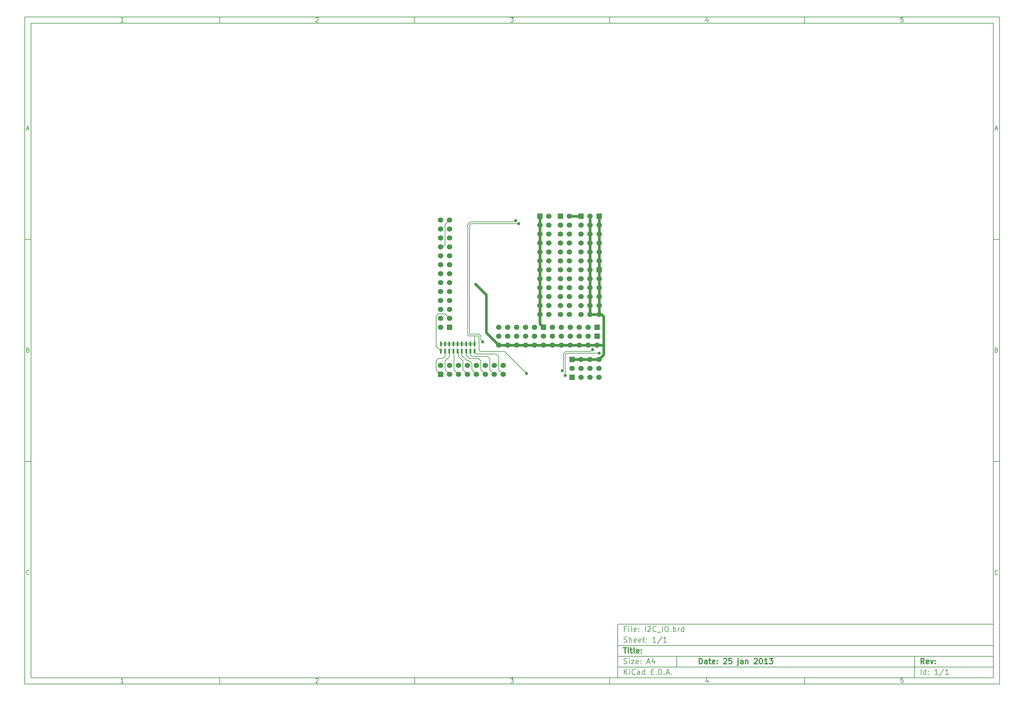
<source format=gbl>
G04 (created by PCBNEW-RS274X (2012-apr-16-27)-stable) date Fri 25 Jan 2013 18:12:53 GMT*
G01*
G70*
G90*
%MOIN*%
G04 Gerber Fmt 3.4, Leading zero omitted, Abs format*
%FSLAX34Y34*%
G04 APERTURE LIST*
%ADD10C,0.006000*%
%ADD11C,0.012000*%
%ADD12R,0.060000X0.060000*%
%ADD13C,0.060000*%
%ADD14R,0.023600X0.055100*%
%ADD15C,0.035000*%
%ADD16C,0.029500*%
%ADD17C,0.008000*%
G04 APERTURE END LIST*
G54D10*
X04000Y-04000D02*
X113000Y-04000D01*
X113000Y-78670D01*
X04000Y-78670D01*
X04000Y-04000D01*
X04700Y-04700D02*
X112300Y-04700D01*
X112300Y-77970D01*
X04700Y-77970D01*
X04700Y-04700D01*
X25800Y-04000D02*
X25800Y-04700D01*
X15043Y-04552D02*
X14757Y-04552D01*
X14900Y-04552D02*
X14900Y-04052D01*
X14852Y-04124D01*
X14805Y-04171D01*
X14757Y-04195D01*
X25800Y-78670D02*
X25800Y-77970D01*
X15043Y-78522D02*
X14757Y-78522D01*
X14900Y-78522D02*
X14900Y-78022D01*
X14852Y-78094D01*
X14805Y-78141D01*
X14757Y-78165D01*
X47600Y-04000D02*
X47600Y-04700D01*
X36557Y-04100D02*
X36581Y-04076D01*
X36629Y-04052D01*
X36748Y-04052D01*
X36795Y-04076D01*
X36819Y-04100D01*
X36843Y-04148D01*
X36843Y-04195D01*
X36819Y-04267D01*
X36533Y-04552D01*
X36843Y-04552D01*
X47600Y-78670D02*
X47600Y-77970D01*
X36557Y-78070D02*
X36581Y-78046D01*
X36629Y-78022D01*
X36748Y-78022D01*
X36795Y-78046D01*
X36819Y-78070D01*
X36843Y-78118D01*
X36843Y-78165D01*
X36819Y-78237D01*
X36533Y-78522D01*
X36843Y-78522D01*
X69400Y-04000D02*
X69400Y-04700D01*
X58333Y-04052D02*
X58643Y-04052D01*
X58476Y-04243D01*
X58548Y-04243D01*
X58595Y-04267D01*
X58619Y-04290D01*
X58643Y-04338D01*
X58643Y-04457D01*
X58619Y-04505D01*
X58595Y-04529D01*
X58548Y-04552D01*
X58405Y-04552D01*
X58357Y-04529D01*
X58333Y-04505D01*
X69400Y-78670D02*
X69400Y-77970D01*
X58333Y-78022D02*
X58643Y-78022D01*
X58476Y-78213D01*
X58548Y-78213D01*
X58595Y-78237D01*
X58619Y-78260D01*
X58643Y-78308D01*
X58643Y-78427D01*
X58619Y-78475D01*
X58595Y-78499D01*
X58548Y-78522D01*
X58405Y-78522D01*
X58357Y-78499D01*
X58333Y-78475D01*
X91200Y-04000D02*
X91200Y-04700D01*
X80395Y-04219D02*
X80395Y-04552D01*
X80276Y-04029D02*
X80157Y-04386D01*
X80467Y-04386D01*
X91200Y-78670D02*
X91200Y-77970D01*
X80395Y-78189D02*
X80395Y-78522D01*
X80276Y-77999D02*
X80157Y-78356D01*
X80467Y-78356D01*
X102219Y-04052D02*
X101981Y-04052D01*
X101957Y-04290D01*
X101981Y-04267D01*
X102029Y-04243D01*
X102148Y-04243D01*
X102195Y-04267D01*
X102219Y-04290D01*
X102243Y-04338D01*
X102243Y-04457D01*
X102219Y-04505D01*
X102195Y-04529D01*
X102148Y-04552D01*
X102029Y-04552D01*
X101981Y-04529D01*
X101957Y-04505D01*
X102219Y-78022D02*
X101981Y-78022D01*
X101957Y-78260D01*
X101981Y-78237D01*
X102029Y-78213D01*
X102148Y-78213D01*
X102195Y-78237D01*
X102219Y-78260D01*
X102243Y-78308D01*
X102243Y-78427D01*
X102219Y-78475D01*
X102195Y-78499D01*
X102148Y-78522D01*
X102029Y-78522D01*
X101981Y-78499D01*
X101957Y-78475D01*
X04000Y-28890D02*
X04700Y-28890D01*
X04231Y-16510D02*
X04469Y-16510D01*
X04184Y-16652D02*
X04350Y-16152D01*
X04517Y-16652D01*
X113000Y-28890D02*
X112300Y-28890D01*
X112531Y-16510D02*
X112769Y-16510D01*
X112484Y-16652D02*
X112650Y-16152D01*
X112817Y-16652D01*
X04000Y-53780D02*
X04700Y-53780D01*
X04386Y-41280D02*
X04457Y-41304D01*
X04481Y-41328D01*
X04505Y-41376D01*
X04505Y-41447D01*
X04481Y-41495D01*
X04457Y-41519D01*
X04410Y-41542D01*
X04219Y-41542D01*
X04219Y-41042D01*
X04386Y-41042D01*
X04433Y-41066D01*
X04457Y-41090D01*
X04481Y-41138D01*
X04481Y-41185D01*
X04457Y-41233D01*
X04433Y-41257D01*
X04386Y-41280D01*
X04219Y-41280D01*
X113000Y-53780D02*
X112300Y-53780D01*
X112686Y-41280D02*
X112757Y-41304D01*
X112781Y-41328D01*
X112805Y-41376D01*
X112805Y-41447D01*
X112781Y-41495D01*
X112757Y-41519D01*
X112710Y-41542D01*
X112519Y-41542D01*
X112519Y-41042D01*
X112686Y-41042D01*
X112733Y-41066D01*
X112757Y-41090D01*
X112781Y-41138D01*
X112781Y-41185D01*
X112757Y-41233D01*
X112733Y-41257D01*
X112686Y-41280D01*
X112519Y-41280D01*
X04505Y-66385D02*
X04481Y-66409D01*
X04410Y-66432D01*
X04362Y-66432D01*
X04290Y-66409D01*
X04243Y-66361D01*
X04219Y-66313D01*
X04195Y-66218D01*
X04195Y-66147D01*
X04219Y-66051D01*
X04243Y-66004D01*
X04290Y-65956D01*
X04362Y-65932D01*
X04410Y-65932D01*
X04481Y-65956D01*
X04505Y-65980D01*
X112805Y-66385D02*
X112781Y-66409D01*
X112710Y-66432D01*
X112662Y-66432D01*
X112590Y-66409D01*
X112543Y-66361D01*
X112519Y-66313D01*
X112495Y-66218D01*
X112495Y-66147D01*
X112519Y-66051D01*
X112543Y-66004D01*
X112590Y-65956D01*
X112662Y-65932D01*
X112710Y-65932D01*
X112781Y-65956D01*
X112805Y-65980D01*
G54D11*
X79443Y-76413D02*
X79443Y-75813D01*
X79586Y-75813D01*
X79671Y-75841D01*
X79729Y-75899D01*
X79757Y-75956D01*
X79786Y-76070D01*
X79786Y-76156D01*
X79757Y-76270D01*
X79729Y-76327D01*
X79671Y-76384D01*
X79586Y-76413D01*
X79443Y-76413D01*
X80300Y-76413D02*
X80300Y-76099D01*
X80271Y-76041D01*
X80214Y-76013D01*
X80100Y-76013D01*
X80043Y-76041D01*
X80300Y-76384D02*
X80243Y-76413D01*
X80100Y-76413D01*
X80043Y-76384D01*
X80014Y-76327D01*
X80014Y-76270D01*
X80043Y-76213D01*
X80100Y-76184D01*
X80243Y-76184D01*
X80300Y-76156D01*
X80500Y-76013D02*
X80729Y-76013D01*
X80586Y-75813D02*
X80586Y-76327D01*
X80614Y-76384D01*
X80672Y-76413D01*
X80729Y-76413D01*
X81157Y-76384D02*
X81100Y-76413D01*
X80986Y-76413D01*
X80929Y-76384D01*
X80900Y-76327D01*
X80900Y-76099D01*
X80929Y-76041D01*
X80986Y-76013D01*
X81100Y-76013D01*
X81157Y-76041D01*
X81186Y-76099D01*
X81186Y-76156D01*
X80900Y-76213D01*
X81443Y-76356D02*
X81471Y-76384D01*
X81443Y-76413D01*
X81414Y-76384D01*
X81443Y-76356D01*
X81443Y-76413D01*
X81443Y-76041D02*
X81471Y-76070D01*
X81443Y-76099D01*
X81414Y-76070D01*
X81443Y-76041D01*
X81443Y-76099D01*
X82157Y-75870D02*
X82186Y-75841D01*
X82243Y-75813D01*
X82386Y-75813D01*
X82443Y-75841D01*
X82472Y-75870D01*
X82500Y-75927D01*
X82500Y-75984D01*
X82472Y-76070D01*
X82129Y-76413D01*
X82500Y-76413D01*
X83043Y-75813D02*
X82757Y-75813D01*
X82728Y-76099D01*
X82757Y-76070D01*
X82814Y-76041D01*
X82957Y-76041D01*
X83014Y-76070D01*
X83043Y-76099D01*
X83071Y-76156D01*
X83071Y-76299D01*
X83043Y-76356D01*
X83014Y-76384D01*
X82957Y-76413D01*
X82814Y-76413D01*
X82757Y-76384D01*
X82728Y-76356D01*
X83785Y-76013D02*
X83785Y-76527D01*
X83756Y-76584D01*
X83699Y-76613D01*
X83671Y-76613D01*
X83785Y-75813D02*
X83756Y-75841D01*
X83785Y-75870D01*
X83813Y-75841D01*
X83785Y-75813D01*
X83785Y-75870D01*
X84328Y-76413D02*
X84328Y-76099D01*
X84299Y-76041D01*
X84242Y-76013D01*
X84128Y-76013D01*
X84071Y-76041D01*
X84328Y-76384D02*
X84271Y-76413D01*
X84128Y-76413D01*
X84071Y-76384D01*
X84042Y-76327D01*
X84042Y-76270D01*
X84071Y-76213D01*
X84128Y-76184D01*
X84271Y-76184D01*
X84328Y-76156D01*
X84614Y-76013D02*
X84614Y-76413D01*
X84614Y-76070D02*
X84642Y-76041D01*
X84700Y-76013D01*
X84785Y-76013D01*
X84842Y-76041D01*
X84871Y-76099D01*
X84871Y-76413D01*
X85585Y-75870D02*
X85614Y-75841D01*
X85671Y-75813D01*
X85814Y-75813D01*
X85871Y-75841D01*
X85900Y-75870D01*
X85928Y-75927D01*
X85928Y-75984D01*
X85900Y-76070D01*
X85557Y-76413D01*
X85928Y-76413D01*
X86299Y-75813D02*
X86356Y-75813D01*
X86413Y-75841D01*
X86442Y-75870D01*
X86471Y-75927D01*
X86499Y-76041D01*
X86499Y-76184D01*
X86471Y-76299D01*
X86442Y-76356D01*
X86413Y-76384D01*
X86356Y-76413D01*
X86299Y-76413D01*
X86242Y-76384D01*
X86213Y-76356D01*
X86185Y-76299D01*
X86156Y-76184D01*
X86156Y-76041D01*
X86185Y-75927D01*
X86213Y-75870D01*
X86242Y-75841D01*
X86299Y-75813D01*
X87070Y-76413D02*
X86727Y-76413D01*
X86899Y-76413D02*
X86899Y-75813D01*
X86842Y-75899D01*
X86784Y-75956D01*
X86727Y-75984D01*
X87270Y-75813D02*
X87641Y-75813D01*
X87441Y-76041D01*
X87527Y-76041D01*
X87584Y-76070D01*
X87613Y-76099D01*
X87641Y-76156D01*
X87641Y-76299D01*
X87613Y-76356D01*
X87584Y-76384D01*
X87527Y-76413D01*
X87355Y-76413D01*
X87298Y-76384D01*
X87270Y-76356D01*
G54D10*
X71043Y-77613D02*
X71043Y-77013D01*
X71386Y-77613D02*
X71129Y-77270D01*
X71386Y-77013D02*
X71043Y-77356D01*
X71643Y-77613D02*
X71643Y-77213D01*
X71643Y-77013D02*
X71614Y-77041D01*
X71643Y-77070D01*
X71671Y-77041D01*
X71643Y-77013D01*
X71643Y-77070D01*
X72272Y-77556D02*
X72243Y-77584D01*
X72157Y-77613D01*
X72100Y-77613D01*
X72015Y-77584D01*
X71957Y-77527D01*
X71929Y-77470D01*
X71900Y-77356D01*
X71900Y-77270D01*
X71929Y-77156D01*
X71957Y-77099D01*
X72015Y-77041D01*
X72100Y-77013D01*
X72157Y-77013D01*
X72243Y-77041D01*
X72272Y-77070D01*
X72786Y-77613D02*
X72786Y-77299D01*
X72757Y-77241D01*
X72700Y-77213D01*
X72586Y-77213D01*
X72529Y-77241D01*
X72786Y-77584D02*
X72729Y-77613D01*
X72586Y-77613D01*
X72529Y-77584D01*
X72500Y-77527D01*
X72500Y-77470D01*
X72529Y-77413D01*
X72586Y-77384D01*
X72729Y-77384D01*
X72786Y-77356D01*
X73329Y-77613D02*
X73329Y-77013D01*
X73329Y-77584D02*
X73272Y-77613D01*
X73158Y-77613D01*
X73100Y-77584D01*
X73072Y-77556D01*
X73043Y-77499D01*
X73043Y-77327D01*
X73072Y-77270D01*
X73100Y-77241D01*
X73158Y-77213D01*
X73272Y-77213D01*
X73329Y-77241D01*
X74072Y-77299D02*
X74272Y-77299D01*
X74358Y-77613D02*
X74072Y-77613D01*
X74072Y-77013D01*
X74358Y-77013D01*
X74615Y-77556D02*
X74643Y-77584D01*
X74615Y-77613D01*
X74586Y-77584D01*
X74615Y-77556D01*
X74615Y-77613D01*
X74901Y-77613D02*
X74901Y-77013D01*
X75044Y-77013D01*
X75129Y-77041D01*
X75187Y-77099D01*
X75215Y-77156D01*
X75244Y-77270D01*
X75244Y-77356D01*
X75215Y-77470D01*
X75187Y-77527D01*
X75129Y-77584D01*
X75044Y-77613D01*
X74901Y-77613D01*
X75501Y-77556D02*
X75529Y-77584D01*
X75501Y-77613D01*
X75472Y-77584D01*
X75501Y-77556D01*
X75501Y-77613D01*
X75758Y-77441D02*
X76044Y-77441D01*
X75701Y-77613D02*
X75901Y-77013D01*
X76101Y-77613D01*
X76301Y-77556D02*
X76329Y-77584D01*
X76301Y-77613D01*
X76272Y-77584D01*
X76301Y-77556D01*
X76301Y-77613D01*
G54D11*
X104586Y-76413D02*
X104386Y-76127D01*
X104243Y-76413D02*
X104243Y-75813D01*
X104471Y-75813D01*
X104529Y-75841D01*
X104557Y-75870D01*
X104586Y-75927D01*
X104586Y-76013D01*
X104557Y-76070D01*
X104529Y-76099D01*
X104471Y-76127D01*
X104243Y-76127D01*
X105071Y-76384D02*
X105014Y-76413D01*
X104900Y-76413D01*
X104843Y-76384D01*
X104814Y-76327D01*
X104814Y-76099D01*
X104843Y-76041D01*
X104900Y-76013D01*
X105014Y-76013D01*
X105071Y-76041D01*
X105100Y-76099D01*
X105100Y-76156D01*
X104814Y-76213D01*
X105300Y-76013D02*
X105443Y-76413D01*
X105585Y-76013D01*
X105814Y-76356D02*
X105842Y-76384D01*
X105814Y-76413D01*
X105785Y-76384D01*
X105814Y-76356D01*
X105814Y-76413D01*
X105814Y-76041D02*
X105842Y-76070D01*
X105814Y-76099D01*
X105785Y-76070D01*
X105814Y-76041D01*
X105814Y-76099D01*
G54D10*
X71014Y-76384D02*
X71100Y-76413D01*
X71243Y-76413D01*
X71300Y-76384D01*
X71329Y-76356D01*
X71357Y-76299D01*
X71357Y-76241D01*
X71329Y-76184D01*
X71300Y-76156D01*
X71243Y-76127D01*
X71129Y-76099D01*
X71071Y-76070D01*
X71043Y-76041D01*
X71014Y-75984D01*
X71014Y-75927D01*
X71043Y-75870D01*
X71071Y-75841D01*
X71129Y-75813D01*
X71271Y-75813D01*
X71357Y-75841D01*
X71614Y-76413D02*
X71614Y-76013D01*
X71614Y-75813D02*
X71585Y-75841D01*
X71614Y-75870D01*
X71642Y-75841D01*
X71614Y-75813D01*
X71614Y-75870D01*
X71843Y-76013D02*
X72157Y-76013D01*
X71843Y-76413D01*
X72157Y-76413D01*
X72614Y-76384D02*
X72557Y-76413D01*
X72443Y-76413D01*
X72386Y-76384D01*
X72357Y-76327D01*
X72357Y-76099D01*
X72386Y-76041D01*
X72443Y-76013D01*
X72557Y-76013D01*
X72614Y-76041D01*
X72643Y-76099D01*
X72643Y-76156D01*
X72357Y-76213D01*
X72900Y-76356D02*
X72928Y-76384D01*
X72900Y-76413D01*
X72871Y-76384D01*
X72900Y-76356D01*
X72900Y-76413D01*
X72900Y-76041D02*
X72928Y-76070D01*
X72900Y-76099D01*
X72871Y-76070D01*
X72900Y-76041D01*
X72900Y-76099D01*
X73614Y-76241D02*
X73900Y-76241D01*
X73557Y-76413D02*
X73757Y-75813D01*
X73957Y-76413D01*
X74414Y-76013D02*
X74414Y-76413D01*
X74271Y-75784D02*
X74128Y-76213D01*
X74500Y-76213D01*
X104243Y-77613D02*
X104243Y-77013D01*
X104786Y-77613D02*
X104786Y-77013D01*
X104786Y-77584D02*
X104729Y-77613D01*
X104615Y-77613D01*
X104557Y-77584D01*
X104529Y-77556D01*
X104500Y-77499D01*
X104500Y-77327D01*
X104529Y-77270D01*
X104557Y-77241D01*
X104615Y-77213D01*
X104729Y-77213D01*
X104786Y-77241D01*
X105072Y-77556D02*
X105100Y-77584D01*
X105072Y-77613D01*
X105043Y-77584D01*
X105072Y-77556D01*
X105072Y-77613D01*
X105072Y-77241D02*
X105100Y-77270D01*
X105072Y-77299D01*
X105043Y-77270D01*
X105072Y-77241D01*
X105072Y-77299D01*
X106129Y-77613D02*
X105786Y-77613D01*
X105958Y-77613D02*
X105958Y-77013D01*
X105901Y-77099D01*
X105843Y-77156D01*
X105786Y-77184D01*
X106814Y-76984D02*
X106300Y-77756D01*
X107329Y-77613D02*
X106986Y-77613D01*
X107158Y-77613D02*
X107158Y-77013D01*
X107101Y-77099D01*
X107043Y-77156D01*
X106986Y-77184D01*
G54D11*
X70957Y-74613D02*
X71300Y-74613D01*
X71129Y-75213D02*
X71129Y-74613D01*
X71500Y-75213D02*
X71500Y-74813D01*
X71500Y-74613D02*
X71471Y-74641D01*
X71500Y-74670D01*
X71528Y-74641D01*
X71500Y-74613D01*
X71500Y-74670D01*
X71700Y-74813D02*
X71929Y-74813D01*
X71786Y-74613D02*
X71786Y-75127D01*
X71814Y-75184D01*
X71872Y-75213D01*
X71929Y-75213D01*
X72215Y-75213D02*
X72157Y-75184D01*
X72129Y-75127D01*
X72129Y-74613D01*
X72671Y-75184D02*
X72614Y-75213D01*
X72500Y-75213D01*
X72443Y-75184D01*
X72414Y-75127D01*
X72414Y-74899D01*
X72443Y-74841D01*
X72500Y-74813D01*
X72614Y-74813D01*
X72671Y-74841D01*
X72700Y-74899D01*
X72700Y-74956D01*
X72414Y-75013D01*
X72957Y-75156D02*
X72985Y-75184D01*
X72957Y-75213D01*
X72928Y-75184D01*
X72957Y-75156D01*
X72957Y-75213D01*
X72957Y-74841D02*
X72985Y-74870D01*
X72957Y-74899D01*
X72928Y-74870D01*
X72957Y-74841D01*
X72957Y-74899D01*
G54D10*
X71243Y-72499D02*
X71043Y-72499D01*
X71043Y-72813D02*
X71043Y-72213D01*
X71329Y-72213D01*
X71557Y-72813D02*
X71557Y-72413D01*
X71557Y-72213D02*
X71528Y-72241D01*
X71557Y-72270D01*
X71585Y-72241D01*
X71557Y-72213D01*
X71557Y-72270D01*
X71929Y-72813D02*
X71871Y-72784D01*
X71843Y-72727D01*
X71843Y-72213D01*
X72385Y-72784D02*
X72328Y-72813D01*
X72214Y-72813D01*
X72157Y-72784D01*
X72128Y-72727D01*
X72128Y-72499D01*
X72157Y-72441D01*
X72214Y-72413D01*
X72328Y-72413D01*
X72385Y-72441D01*
X72414Y-72499D01*
X72414Y-72556D01*
X72128Y-72613D01*
X72671Y-72756D02*
X72699Y-72784D01*
X72671Y-72813D01*
X72642Y-72784D01*
X72671Y-72756D01*
X72671Y-72813D01*
X72671Y-72441D02*
X72699Y-72470D01*
X72671Y-72499D01*
X72642Y-72470D01*
X72671Y-72441D01*
X72671Y-72499D01*
X73414Y-72813D02*
X73414Y-72213D01*
X73671Y-72270D02*
X73700Y-72241D01*
X73757Y-72213D01*
X73900Y-72213D01*
X73957Y-72241D01*
X73986Y-72270D01*
X74014Y-72327D01*
X74014Y-72384D01*
X73986Y-72470D01*
X73643Y-72813D01*
X74014Y-72813D01*
X74614Y-72756D02*
X74585Y-72784D01*
X74499Y-72813D01*
X74442Y-72813D01*
X74357Y-72784D01*
X74299Y-72727D01*
X74271Y-72670D01*
X74242Y-72556D01*
X74242Y-72470D01*
X74271Y-72356D01*
X74299Y-72299D01*
X74357Y-72241D01*
X74442Y-72213D01*
X74499Y-72213D01*
X74585Y-72241D01*
X74614Y-72270D01*
X74728Y-72870D02*
X75185Y-72870D01*
X75328Y-72813D02*
X75328Y-72213D01*
X75728Y-72213D02*
X75842Y-72213D01*
X75900Y-72241D01*
X75957Y-72299D01*
X75985Y-72413D01*
X75985Y-72613D01*
X75957Y-72727D01*
X75900Y-72784D01*
X75842Y-72813D01*
X75728Y-72813D01*
X75671Y-72784D01*
X75614Y-72727D01*
X75585Y-72613D01*
X75585Y-72413D01*
X75614Y-72299D01*
X75671Y-72241D01*
X75728Y-72213D01*
X76243Y-72756D02*
X76271Y-72784D01*
X76243Y-72813D01*
X76214Y-72784D01*
X76243Y-72756D01*
X76243Y-72813D01*
X76529Y-72813D02*
X76529Y-72213D01*
X76529Y-72441D02*
X76586Y-72413D01*
X76700Y-72413D01*
X76757Y-72441D01*
X76786Y-72470D01*
X76815Y-72527D01*
X76815Y-72699D01*
X76786Y-72756D01*
X76757Y-72784D01*
X76700Y-72813D01*
X76586Y-72813D01*
X76529Y-72784D01*
X77072Y-72813D02*
X77072Y-72413D01*
X77072Y-72527D02*
X77100Y-72470D01*
X77129Y-72441D01*
X77186Y-72413D01*
X77243Y-72413D01*
X77700Y-72813D02*
X77700Y-72213D01*
X77700Y-72784D02*
X77643Y-72813D01*
X77529Y-72813D01*
X77471Y-72784D01*
X77443Y-72756D01*
X77414Y-72699D01*
X77414Y-72527D01*
X77443Y-72470D01*
X77471Y-72441D01*
X77529Y-72413D01*
X77643Y-72413D01*
X77700Y-72441D01*
X71014Y-73984D02*
X71100Y-74013D01*
X71243Y-74013D01*
X71300Y-73984D01*
X71329Y-73956D01*
X71357Y-73899D01*
X71357Y-73841D01*
X71329Y-73784D01*
X71300Y-73756D01*
X71243Y-73727D01*
X71129Y-73699D01*
X71071Y-73670D01*
X71043Y-73641D01*
X71014Y-73584D01*
X71014Y-73527D01*
X71043Y-73470D01*
X71071Y-73441D01*
X71129Y-73413D01*
X71271Y-73413D01*
X71357Y-73441D01*
X71614Y-74013D02*
X71614Y-73413D01*
X71871Y-74013D02*
X71871Y-73699D01*
X71842Y-73641D01*
X71785Y-73613D01*
X71700Y-73613D01*
X71642Y-73641D01*
X71614Y-73670D01*
X72385Y-73984D02*
X72328Y-74013D01*
X72214Y-74013D01*
X72157Y-73984D01*
X72128Y-73927D01*
X72128Y-73699D01*
X72157Y-73641D01*
X72214Y-73613D01*
X72328Y-73613D01*
X72385Y-73641D01*
X72414Y-73699D01*
X72414Y-73756D01*
X72128Y-73813D01*
X72899Y-73984D02*
X72842Y-74013D01*
X72728Y-74013D01*
X72671Y-73984D01*
X72642Y-73927D01*
X72642Y-73699D01*
X72671Y-73641D01*
X72728Y-73613D01*
X72842Y-73613D01*
X72899Y-73641D01*
X72928Y-73699D01*
X72928Y-73756D01*
X72642Y-73813D01*
X73099Y-73613D02*
X73328Y-73613D01*
X73185Y-73413D02*
X73185Y-73927D01*
X73213Y-73984D01*
X73271Y-74013D01*
X73328Y-74013D01*
X73528Y-73956D02*
X73556Y-73984D01*
X73528Y-74013D01*
X73499Y-73984D01*
X73528Y-73956D01*
X73528Y-74013D01*
X73528Y-73641D02*
X73556Y-73670D01*
X73528Y-73699D01*
X73499Y-73670D01*
X73528Y-73641D01*
X73528Y-73699D01*
X74585Y-74013D02*
X74242Y-74013D01*
X74414Y-74013D02*
X74414Y-73413D01*
X74357Y-73499D01*
X74299Y-73556D01*
X74242Y-73584D01*
X75270Y-73384D02*
X74756Y-74156D01*
X75785Y-74013D02*
X75442Y-74013D01*
X75614Y-74013D02*
X75614Y-73413D01*
X75557Y-73499D01*
X75499Y-73556D01*
X75442Y-73584D01*
X70300Y-71970D02*
X70300Y-77970D01*
X70300Y-71970D02*
X112300Y-71970D01*
X70300Y-71970D02*
X112300Y-71970D01*
X70300Y-74370D02*
X112300Y-74370D01*
X103500Y-75570D02*
X103500Y-77970D01*
X70300Y-76770D02*
X112300Y-76770D01*
X70300Y-75570D02*
X112300Y-75570D01*
X76900Y-75570D02*
X76900Y-76770D01*
G54D12*
X50500Y-44000D03*
G54D13*
X50500Y-43000D03*
X51500Y-44000D03*
X51500Y-43000D03*
X52500Y-44000D03*
X52500Y-43000D03*
X53500Y-44000D03*
X53500Y-43000D03*
X54500Y-44000D03*
X54500Y-43000D03*
X55500Y-44000D03*
X55500Y-43000D03*
X56500Y-44000D03*
X56500Y-43000D03*
X57500Y-44000D03*
X57500Y-43000D03*
G54D12*
X51500Y-38750D03*
G54D13*
X50500Y-38750D03*
X51500Y-37750D03*
X50500Y-37750D03*
X51500Y-36750D03*
X50500Y-36750D03*
X51500Y-35750D03*
X50500Y-35750D03*
X51500Y-34750D03*
X50500Y-34750D03*
X51500Y-33750D03*
X50500Y-33750D03*
X51500Y-32750D03*
X50500Y-32750D03*
X51500Y-31750D03*
X50500Y-31750D03*
X51500Y-30750D03*
X50500Y-30750D03*
X51500Y-29750D03*
X50500Y-29750D03*
X51500Y-28750D03*
X50500Y-28750D03*
X51500Y-27750D03*
X50500Y-27750D03*
X51500Y-26750D03*
X50500Y-26750D03*
G54D14*
X53838Y-41394D03*
X53838Y-40606D03*
X52892Y-41394D03*
X52892Y-40606D03*
X52419Y-41394D03*
X53364Y-40606D03*
X53364Y-41394D03*
X54310Y-40606D03*
X52419Y-40606D03*
X54310Y-41394D03*
X51947Y-41394D03*
X50530Y-40606D03*
X51947Y-40606D03*
X51474Y-41394D03*
X51474Y-40606D03*
X50530Y-41394D03*
X51002Y-40606D03*
X51002Y-41394D03*
G54D12*
X65200Y-42350D03*
G54D13*
X66200Y-42350D03*
X67200Y-42350D03*
X68200Y-42350D03*
G54D12*
X68000Y-39750D03*
G54D13*
X68000Y-40750D03*
X67000Y-39750D03*
X67000Y-40750D03*
X66000Y-39750D03*
X66000Y-40750D03*
X65000Y-39750D03*
X65000Y-40750D03*
X64000Y-39750D03*
X64000Y-40750D03*
X63000Y-39750D03*
X63000Y-40750D03*
X62000Y-39750D03*
X62000Y-40750D03*
X61000Y-39750D03*
X61000Y-40750D03*
X60000Y-39750D03*
X60000Y-40750D03*
X59000Y-39750D03*
X59000Y-40750D03*
X58000Y-39750D03*
X58000Y-40750D03*
X57000Y-39750D03*
X57000Y-40750D03*
G54D12*
X61600Y-26300D03*
G54D13*
X62600Y-26300D03*
X61600Y-27300D03*
X62600Y-27300D03*
X61600Y-28300D03*
X62600Y-28300D03*
X61600Y-29300D03*
X62600Y-29300D03*
X61600Y-30300D03*
X62600Y-30300D03*
X61600Y-31300D03*
X62600Y-31300D03*
X61600Y-32300D03*
X62600Y-32300D03*
X61600Y-33300D03*
X62600Y-33300D03*
X61600Y-34300D03*
X62600Y-34300D03*
X61600Y-35300D03*
X62600Y-35300D03*
X61600Y-36300D03*
X62600Y-36300D03*
X61600Y-37300D03*
X62600Y-37300D03*
G54D12*
X63900Y-26300D03*
G54D13*
X64900Y-26300D03*
X63900Y-27300D03*
X64900Y-27300D03*
X63900Y-28300D03*
X64900Y-28300D03*
X63900Y-29300D03*
X64900Y-29300D03*
X63900Y-30300D03*
X64900Y-30300D03*
X63900Y-31300D03*
X64900Y-31300D03*
X63900Y-32300D03*
X64900Y-32300D03*
X63900Y-33300D03*
X64900Y-33300D03*
X63900Y-34300D03*
X64900Y-34300D03*
X63900Y-35300D03*
X64900Y-35300D03*
X63900Y-36300D03*
X64900Y-36300D03*
X63900Y-37300D03*
X64900Y-37300D03*
G54D12*
X66200Y-26300D03*
G54D13*
X67200Y-26300D03*
X66200Y-27300D03*
X67200Y-27300D03*
X66200Y-28300D03*
X67200Y-28300D03*
X66200Y-29300D03*
X67200Y-29300D03*
X66200Y-30300D03*
X67200Y-30300D03*
X66200Y-31300D03*
X67200Y-31300D03*
X66200Y-32300D03*
X67200Y-32300D03*
X66200Y-33300D03*
X67200Y-33300D03*
X66200Y-34300D03*
X67200Y-34300D03*
X66200Y-35300D03*
X67200Y-35300D03*
X66200Y-36300D03*
X67200Y-36300D03*
X66200Y-37300D03*
X67200Y-37300D03*
G54D12*
X68000Y-38750D03*
G54D13*
X67000Y-38750D03*
X66000Y-38750D03*
X65000Y-38750D03*
X64000Y-38750D03*
X63000Y-38750D03*
G54D12*
X68250Y-32300D03*
G54D13*
X68250Y-33300D03*
X68250Y-34300D03*
X68250Y-35300D03*
X68250Y-36300D03*
X68250Y-37300D03*
G54D12*
X65200Y-44350D03*
G54D13*
X65200Y-43350D03*
X66200Y-44350D03*
X66200Y-43350D03*
X67200Y-44350D03*
X67200Y-43350D03*
X68200Y-44350D03*
X68200Y-43350D03*
G54D12*
X62000Y-38750D03*
G54D13*
X61000Y-38750D03*
X60000Y-38750D03*
X59000Y-38750D03*
X58000Y-38750D03*
X57000Y-38750D03*
G54D12*
X68250Y-26300D03*
G54D13*
X68250Y-27300D03*
X68250Y-28300D03*
X68250Y-29300D03*
X68250Y-30300D03*
X68250Y-31300D03*
G54D15*
X54450Y-33950D03*
X59250Y-27150D03*
X55206Y-40356D03*
X60100Y-43900D03*
X58900Y-26800D03*
X67500Y-41250D03*
X64100Y-43600D03*
X64450Y-44150D03*
X68250Y-41650D03*
G54D16*
X58000Y-40750D02*
X59000Y-40750D01*
X67200Y-42350D02*
X66200Y-42350D01*
X68200Y-42350D02*
X67200Y-42350D01*
G54D17*
X51000Y-27250D02*
X51000Y-29500D01*
G54D16*
X67200Y-26300D02*
X67200Y-27300D01*
X59000Y-40750D02*
X60000Y-40750D01*
X61000Y-40750D02*
X62000Y-40750D01*
X62000Y-40750D02*
X63000Y-40750D01*
X63000Y-40750D02*
X64000Y-40750D01*
X68750Y-37550D02*
X68750Y-40000D01*
X68500Y-37300D02*
X68750Y-37550D01*
G54D17*
X51000Y-29500D02*
X50750Y-29750D01*
G54D16*
X68750Y-41800D02*
X68200Y-42350D01*
G54D17*
X50750Y-29750D02*
X50500Y-29750D01*
X51500Y-26750D02*
X51000Y-27250D01*
G54D16*
X54450Y-33950D02*
X55600Y-35100D01*
X68250Y-27300D02*
X68250Y-26300D01*
X60000Y-40750D02*
X61000Y-40750D01*
X68250Y-30300D02*
X68250Y-29300D01*
X68250Y-37300D02*
X68500Y-37300D01*
X68750Y-40750D02*
X68750Y-41800D01*
X68000Y-40750D02*
X68750Y-40750D01*
X67200Y-37300D02*
X68250Y-37300D01*
X67200Y-34300D02*
X67200Y-35300D01*
X55600Y-39350D02*
X57000Y-40750D01*
X67200Y-32300D02*
X67200Y-33300D01*
X68250Y-29300D02*
X68250Y-28300D01*
X68750Y-40000D02*
X68750Y-40750D01*
X68250Y-36300D02*
X68250Y-35300D01*
X68250Y-35300D02*
X68250Y-34300D01*
X68250Y-34300D02*
X68250Y-33300D01*
X68250Y-33300D02*
X68250Y-32300D01*
X68250Y-32300D02*
X68250Y-31300D01*
X68250Y-31300D02*
X68250Y-30300D01*
X67200Y-35300D02*
X67200Y-36300D01*
X67200Y-30300D02*
X67200Y-31300D01*
X68250Y-28300D02*
X68250Y-27300D01*
X67200Y-36300D02*
X67200Y-37300D01*
X66200Y-42350D02*
X65200Y-42350D01*
X65000Y-40750D02*
X66000Y-40750D01*
X67200Y-29300D02*
X67200Y-30300D01*
X66000Y-40750D02*
X67000Y-40750D01*
X55600Y-35100D02*
X55600Y-39350D01*
X57000Y-40750D02*
X58000Y-40750D01*
X67000Y-40750D02*
X68000Y-40750D01*
X67200Y-33300D02*
X67200Y-34300D01*
X67200Y-31300D02*
X67200Y-32300D01*
X67200Y-28300D02*
X67200Y-29300D01*
X67200Y-27300D02*
X67200Y-28300D01*
X68250Y-37300D02*
X68250Y-36300D01*
X64000Y-40750D02*
X65000Y-40750D01*
X61600Y-27300D02*
X61600Y-28300D01*
X61600Y-26300D02*
X61600Y-27300D01*
X61600Y-38350D02*
X62000Y-38750D01*
X61600Y-37300D02*
X61600Y-38350D01*
X61600Y-28300D02*
X61600Y-29300D01*
X61600Y-30300D02*
X61600Y-31300D01*
X61600Y-36300D02*
X61600Y-37300D01*
X61600Y-32300D02*
X61600Y-33300D01*
X61600Y-35300D02*
X61600Y-36300D01*
X61600Y-34300D02*
X61600Y-35300D01*
X61600Y-33300D02*
X61600Y-34300D01*
X61600Y-31300D02*
X61600Y-32300D01*
X61600Y-29300D02*
X61600Y-30300D01*
G54D17*
X51000Y-37250D02*
X50250Y-37250D01*
X50250Y-37250D02*
X50000Y-37500D01*
X50000Y-40864D02*
X50530Y-41394D01*
X51500Y-37750D02*
X51000Y-37250D01*
X50000Y-37500D02*
X50000Y-40864D01*
X53750Y-27350D02*
X53750Y-27332D01*
X53750Y-27332D02*
X53932Y-27150D01*
X53750Y-39100D02*
X53750Y-27350D01*
X53750Y-39468D02*
X53782Y-39500D01*
X55000Y-40150D02*
X55206Y-40356D01*
X53932Y-27150D02*
X55950Y-27150D01*
X53750Y-39100D02*
X53750Y-39468D01*
X55950Y-27150D02*
X59250Y-27150D01*
X55000Y-39700D02*
X55000Y-40150D01*
X54800Y-39500D02*
X55000Y-39700D01*
X53782Y-39500D02*
X54800Y-39500D01*
X57650Y-41450D02*
X55154Y-41450D01*
X53550Y-39368D02*
X53550Y-27250D01*
X60100Y-43900D02*
X57650Y-41450D01*
X53838Y-40606D02*
X53364Y-40606D01*
X54310Y-40606D02*
X53838Y-40606D01*
X53550Y-39368D02*
X53550Y-39600D01*
X55154Y-41450D02*
X54950Y-41450D01*
X54310Y-39950D02*
X54310Y-39940D01*
X52419Y-40606D02*
X51947Y-40606D01*
X54310Y-39950D02*
X54310Y-39700D01*
X51474Y-40606D02*
X51002Y-40606D01*
X54700Y-39700D02*
X54800Y-39800D01*
X52892Y-40606D02*
X52419Y-40606D01*
X51947Y-40606D02*
X51474Y-40606D01*
X54950Y-41450D02*
X54800Y-41300D01*
X58750Y-26950D02*
X58900Y-26800D01*
X55850Y-26950D02*
X58750Y-26950D01*
X55850Y-26950D02*
X53850Y-26950D01*
X54310Y-40606D02*
X54310Y-39950D01*
X53850Y-26950D02*
X53550Y-27250D01*
X53650Y-39700D02*
X54310Y-39700D01*
X53364Y-40606D02*
X52892Y-40606D01*
X54310Y-39700D02*
X54700Y-39700D01*
X51002Y-40606D02*
X50530Y-40606D01*
X54800Y-39800D02*
X54800Y-41300D01*
X53550Y-39600D02*
X53650Y-39700D01*
X67300Y-41450D02*
X67500Y-41250D01*
X64500Y-41450D02*
X67300Y-41450D01*
X64100Y-43600D02*
X64250Y-43450D01*
X64250Y-43450D02*
X64250Y-41700D01*
X64250Y-41700D02*
X64500Y-41450D01*
X56000Y-43500D02*
X56500Y-44000D01*
X54000Y-42000D02*
X55750Y-42000D01*
X53838Y-41838D02*
X54000Y-42000D01*
X55750Y-42000D02*
X56000Y-42250D01*
X56000Y-42250D02*
X56000Y-43500D01*
X53838Y-41394D02*
X53838Y-41838D01*
X54310Y-41394D02*
X54310Y-41560D01*
X54500Y-41750D02*
X56750Y-41750D01*
X57000Y-42000D02*
X57000Y-43500D01*
X57000Y-43500D02*
X57500Y-44000D01*
X54310Y-41560D02*
X54500Y-41750D01*
X56750Y-41750D02*
X57000Y-42000D01*
X55000Y-43500D02*
X55500Y-44000D01*
X54750Y-42250D02*
X55000Y-42500D01*
X55000Y-42500D02*
X55000Y-43500D01*
X53364Y-41394D02*
X53364Y-41864D01*
X53364Y-41864D02*
X53750Y-42250D01*
X53750Y-42250D02*
X54750Y-42250D01*
X54000Y-42750D02*
X54000Y-43500D01*
X53500Y-42500D02*
X53750Y-42500D01*
X54000Y-43500D02*
X54500Y-44000D01*
X53750Y-42500D02*
X54000Y-42750D01*
X52892Y-41892D02*
X53500Y-42500D01*
X52892Y-41394D02*
X52892Y-41892D01*
X52500Y-42000D02*
X52500Y-41475D01*
X53000Y-42500D02*
X53000Y-43500D01*
X53000Y-42500D02*
X52500Y-42000D01*
X52500Y-41475D02*
X52419Y-41394D01*
X53500Y-44000D02*
X53000Y-43500D01*
X52000Y-41447D02*
X51947Y-41394D01*
X52000Y-43500D02*
X52000Y-41447D01*
X52500Y-44000D02*
X52000Y-43500D01*
X51474Y-42026D02*
X51500Y-42000D01*
X51500Y-41420D02*
X51474Y-41394D01*
X51500Y-42000D02*
X51000Y-42500D01*
X51500Y-42000D02*
X51500Y-41420D01*
X51000Y-43500D02*
X51500Y-44000D01*
X51000Y-42500D02*
X51000Y-43500D01*
X50000Y-43500D02*
X50500Y-44000D01*
X51000Y-42000D02*
X50750Y-42250D01*
X50750Y-42250D02*
X50250Y-42250D01*
X51002Y-41998D02*
X51000Y-42000D01*
X51000Y-41396D02*
X51002Y-41394D01*
X51000Y-42000D02*
X51000Y-41396D01*
X50000Y-42500D02*
X50000Y-43500D01*
X50250Y-42250D02*
X50000Y-42500D01*
G54D16*
X64900Y-26300D02*
X66200Y-26300D01*
G54D17*
X64450Y-44150D02*
X64450Y-41800D01*
X64450Y-41800D02*
X64600Y-41650D01*
X64600Y-41650D02*
X68250Y-41650D01*
M02*

</source>
